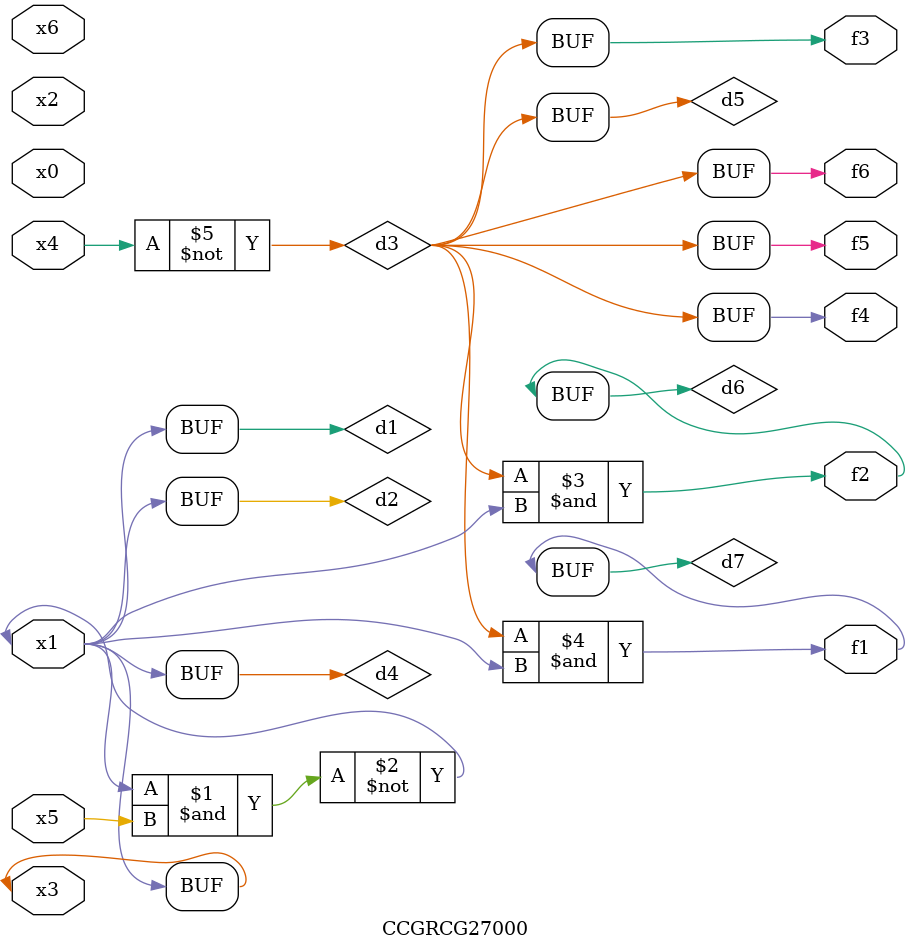
<source format=v>
module CCGRCG27000(
	input x0, x1, x2, x3, x4, x5, x6,
	output f1, f2, f3, f4, f5, f6
);

	wire d1, d2, d3, d4, d5, d6, d7;

	buf (d1, x1, x3);
	nand (d2, x1, x5);
	not (d3, x4);
	buf (d4, d1, d2);
	buf (d5, d3);
	and (d6, d3, d4);
	and (d7, d3, d4);
	assign f1 = d7;
	assign f2 = d6;
	assign f3 = d5;
	assign f4 = d5;
	assign f5 = d5;
	assign f6 = d5;
endmodule

</source>
